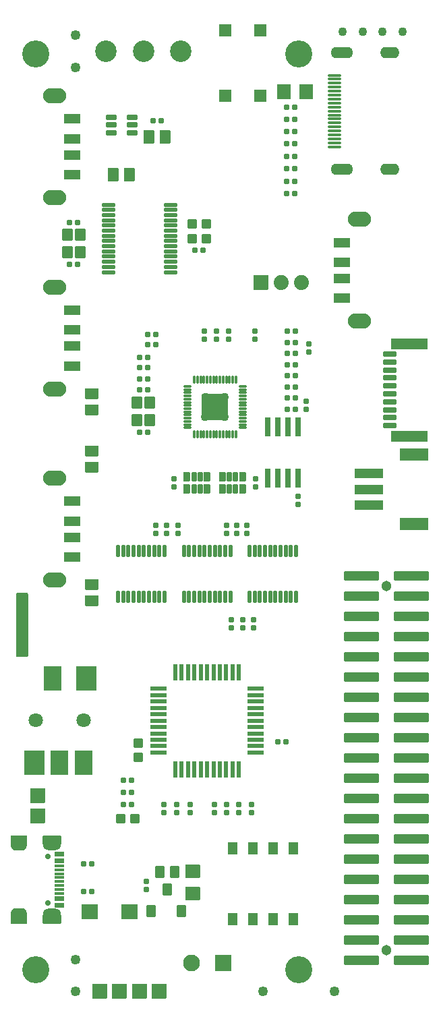
<source format=gbr>
%TF.GenerationSoftware,KiCad,Pcbnew,7.0.11-7.0.11~ubuntu22.04.1*%
%TF.CreationDate,2024-05-21T14:55:32+03:00*%
%TF.ProjectId,Neo6502PC-CPU_Rev_B,4e656f36-3530-4325-9043-2d4350555f52,B*%
%TF.SameCoordinates,PX365c040PY8f0d180*%
%TF.FileFunction,Soldermask,Bot*%
%TF.FilePolarity,Negative*%
%FSLAX46Y46*%
G04 Gerber Fmt 4.6, Leading zero omitted, Abs format (unit mm)*
G04 Created by KiCad (PCBNEW 7.0.11-7.0.11~ubuntu22.04.1) date 2024-05-21 14:55:32*
%MOMM*%
%LPD*%
G01*
G04 APERTURE LIST*
G04 Aperture macros list*
%AMRoundRect*
0 Rectangle with rounded corners*
0 $1 Rounding radius*
0 $2 $3 $4 $5 $6 $7 $8 $9 X,Y pos of 4 corners*
0 Add a 4 corners polygon primitive as box body*
4,1,4,$2,$3,$4,$5,$6,$7,$8,$9,$2,$3,0*
0 Add four circle primitives for the rounded corners*
1,1,$1+$1,$2,$3*
1,1,$1+$1,$4,$5*
1,1,$1+$1,$6,$7*
1,1,$1+$1,$8,$9*
0 Add four rect primitives between the rounded corners*
20,1,$1+$1,$2,$3,$4,$5,0*
20,1,$1+$1,$4,$5,$6,$7,0*
20,1,$1+$1,$6,$7,$8,$9,0*
20,1,$1+$1,$8,$9,$2,$3,0*%
G04 Aperture macros list end*
%ADD10C,3.401601*%
%ADD11RoundRect,0.050800X-0.250000X-0.275000X0.250000X-0.275000X0.250000X0.275000X-0.250000X0.275000X0*%
%ADD12RoundRect,0.050800X0.250000X0.275000X-0.250000X0.275000X-0.250000X-0.275000X0.250000X-0.275000X0*%
%ADD13RoundRect,0.050800X-0.275000X0.250000X-0.275000X-0.250000X0.275000X-0.250000X0.275000X0.250000X0*%
%ADD14RoundRect,0.050800X0.275000X-0.250000X0.275000X0.250000X-0.275000X0.250000X-0.275000X-0.250000X0*%
%ADD15C,1.254000*%
%ADD16RoundRect,0.050800X0.508000X0.508000X-0.508000X0.508000X-0.508000X-0.508000X0.508000X-0.508000X0*%
%ADD17C,1.801600*%
%ADD18RoundRect,0.050800X-1.250000X-1.500000X1.250000X-1.500000X1.250000X1.500000X-1.250000X1.500000X0*%
%ADD19RoundRect,0.050800X-1.050000X-1.500000X1.050000X-1.500000X1.050000X1.500000X-1.050000X1.500000X0*%
%ADD20RoundRect,0.050800X0.500000X-0.700000X0.500000X0.700000X-0.500000X0.700000X-0.500000X-0.700000X0*%
%ADD21RoundRect,0.050800X0.600000X-0.700000X0.600000X0.700000X-0.600000X0.700000X-0.600000X-0.700000X0*%
%ADD22RoundRect,0.050800X-0.381000X-0.508000X0.381000X-0.508000X0.381000X0.508000X-0.381000X0.508000X0*%
%ADD23RoundRect,0.050800X-0.254000X-0.508000X0.254000X-0.508000X0.254000X0.508000X-0.254000X0.508000X0*%
%ADD24RoundRect,0.050800X0.300000X1.100000X-0.300000X1.100000X-0.300000X-1.100000X0.300000X-1.100000X0*%
%ADD25RoundRect,0.050800X0.100000X-0.437500X0.100000X0.437500X-0.100000X0.437500X-0.100000X-0.437500X0*%
%ADD26RoundRect,0.050800X0.437500X-0.100000X0.437500X0.100000X-0.437500X0.100000X-0.437500X-0.100000X0*%
%ADD27C,1.101600*%
%ADD28C,1.901600*%
%ADD29RoundRect,0.050800X1.600000X-1.600000X1.600000X1.600000X-1.600000X1.600000X-1.600000X-1.600000X0*%
%ADD30RoundRect,0.050800X0.175000X0.700000X-0.175000X0.700000X-0.175000X-0.700000X0.175000X-0.700000X0*%
%ADD31RoundRect,0.050800X-0.175000X-0.700000X0.175000X-0.700000X0.175000X0.700000X-0.175000X0.700000X0*%
%ADD32RoundRect,0.050800X-0.800000X-0.900000X0.800000X-0.900000X0.800000X0.900000X-0.800000X0.900000X0*%
%ADD33RoundRect,0.050800X0.700000X-0.750000X0.700000X0.750000X-0.700000X0.750000X-0.700000X-0.750000X0*%
%ADD34RoundRect,0.050800X-0.889000X-0.889000X0.889000X-0.889000X0.889000X0.889000X-0.889000X0.889000X0*%
%ADD35C,1.879600*%
%ADD36RoundRect,0.050800X0.889000X-0.762000X0.889000X0.762000X-0.889000X0.762000X-0.889000X-0.762000X0*%
%ADD37O,2.801600X1.401600*%
%ADD38O,2.401600X1.401600*%
%ADD39RoundRect,0.050800X-0.800000X-0.125000X0.800000X-0.125000X0.800000X0.125000X-0.800000X0.125000X0*%
%ADD40RoundRect,0.050800X1.000000X1.000000X-1.000000X1.000000X-1.000000X-1.000000X1.000000X-1.000000X0*%
%ADD41C,2.101600*%
%ADD42RoundRect,0.050800X1.000000X-0.200000X1.000000X0.200000X-1.000000X0.200000X-1.000000X-0.200000X0*%
%ADD43RoundRect,0.050800X-0.200000X-1.000000X0.200000X-1.000000X0.200000X1.000000X-0.200000X1.000000X0*%
%ADD44RoundRect,0.050800X0.500000X0.700000X-0.500000X0.700000X-0.500000X-0.700000X0.500000X-0.700000X0*%
%ADD45RoundRect,0.050800X-0.508000X0.508000X-0.508000X-0.508000X0.508000X-0.508000X0.508000X0.508000X0*%
%ADD46RoundRect,0.050800X-0.550000X-0.750000X0.550000X-0.750000X0.550000X0.750000X-0.550000X0.750000X0*%
%ADD47RoundRect,0.050800X-1.750000X0.750000X-1.750000X-0.750000X1.750000X-0.750000X1.750000X0.750000X0*%
%ADD48RoundRect,0.050800X-1.750000X0.500000X-1.750000X-0.500000X1.750000X-0.500000X1.750000X0.500000X0*%
%ADD49RoundRect,0.050800X1.000000X-0.500000X1.000000X0.500000X-1.000000X0.500000X-1.000000X-0.500000X0*%
%ADD50O,2.901600X1.901600*%
%ADD51RoundRect,0.050800X-0.762000X-0.635000X0.762000X-0.635000X0.762000X0.635000X-0.762000X0.635000X0*%
%ADD52RoundRect,0.050800X-0.635000X0.762000X-0.635000X-0.762000X0.635000X-0.762000X0.635000X0.762000X0*%
%ADD53RoundRect,0.050800X0.635000X-0.762000X0.635000X0.762000X-0.635000X0.762000X-0.635000X-0.762000X0*%
%ADD54RoundRect,0.050800X-1.000000X0.500000X-1.000000X-0.500000X1.000000X-0.500000X1.000000X0.500000X0*%
%ADD55RoundRect,0.050800X-0.508000X-0.508000X0.508000X-0.508000X0.508000X0.508000X-0.508000X0.508000X0*%
%ADD56RoundRect,0.050800X0.889000X0.889000X-0.889000X0.889000X-0.889000X-0.889000X0.889000X-0.889000X0*%
%ADD57RoundRect,0.050800X-2.250000X0.600000X-2.250000X-0.600000X2.250000X-0.600000X2.250000X0.600000X0*%
%ADD58RoundRect,0.050800X-0.775000X0.250000X-0.775000X-0.250000X0.775000X-0.250000X0.775000X0.250000X0*%
%ADD59RoundRect,0.050800X0.600000X-0.275000X0.600000X0.275000X-0.600000X0.275000X-0.600000X-0.275000X0*%
%ADD60C,0.701600*%
%ADD61RoundRect,0.050800X1.100000X-0.550000X1.100000X0.550000X-1.100000X0.550000X-1.100000X-0.550000X0*%
%ADD62O,2.301600X1.301600*%
%ADD63RoundRect,0.050800X1.000000X-0.550000X1.000000X0.550000X-1.000000X0.550000X-1.000000X-0.550000X0*%
%ADD64O,2.101600X1.401600*%
%ADD65RoundRect,0.050800X0.575000X-0.150000X0.575000X0.150000X-0.575000X0.150000X-0.575000X-0.150000X0*%
%ADD66RoundRect,0.050800X0.575000X-0.125000X0.575000X0.125000X-0.575000X0.125000X-0.575000X-0.125000X0*%
%ADD67C,1.301600*%
%ADD68RoundRect,0.050800X2.125000X0.500000X-2.125000X0.500000X-2.125000X-0.500000X2.125000X-0.500000X0*%
%ADD69RoundRect,0.050800X-2.125000X-0.500000X2.125000X-0.500000X2.125000X0.500000X-2.125000X0.500000X0*%
%ADD70RoundRect,0.050800X-0.800000X-0.162500X0.800000X-0.162500X0.800000X0.162500X-0.800000X0.162500X0*%
%ADD71RoundRect,0.050800X1.000000X0.850000X-1.000000X0.850000X-1.000000X-0.850000X1.000000X-0.850000X0*%
%ADD72C,2.701600*%
G04 APERTURE END LIST*
D10*
X4000000Y4650000D03*
X37000000Y4650000D03*
X37000000Y119650000D03*
X4000000Y119650000D03*
D11*
X35390000Y33296260D03*
D12*
X34374000Y33296260D03*
D13*
X28151000Y83842260D03*
D14*
X28151000Y84858260D03*
D13*
X26627000Y83842260D03*
D14*
X26627000Y84858260D03*
D11*
X16008000Y26968000D03*
D12*
X14992000Y26968000D03*
D11*
X16008000Y28492000D03*
D12*
X14992000Y28492000D03*
D15*
X9000000Y122000000D03*
X9000000Y118000000D03*
D16*
X16389000Y23666000D03*
X14611000Y23666000D03*
D11*
X16008000Y25444001D03*
D12*
X14992000Y25444001D03*
D17*
X4000000Y36000000D03*
X10000000Y36000000D03*
D18*
X10300000Y41300000D03*
X3800000Y30700000D03*
D19*
X10000000Y30700000D03*
X6900000Y30700000D03*
X6100000Y41300000D03*
D14*
X17833001Y15743001D03*
D13*
X17833001Y14727001D03*
D20*
X19550040Y16977441D03*
X21452500Y16977441D03*
X20497460Y14767641D03*
D14*
X37930000Y76095260D03*
D13*
X37930000Y75079260D03*
D11*
X19007000Y83207260D03*
D12*
X17991000Y83207260D03*
D14*
X31580000Y66316260D03*
D13*
X31580000Y65300260D03*
D14*
X21292999Y66316260D03*
D13*
X21292999Y65300260D03*
D11*
X17991001Y80286260D03*
D12*
X16975001Y80286260D03*
D13*
X25103000Y83842260D03*
D14*
X25103000Y84858260D03*
D13*
X31453000Y83842260D03*
D14*
X31453000Y84858260D03*
D12*
X35517000Y76476260D03*
D11*
X36533000Y76476260D03*
D12*
X35517000Y77873260D03*
D11*
X36533000Y77873260D03*
D12*
X35517000Y84858260D03*
D11*
X36533000Y84858260D03*
D12*
X35517000Y83461261D03*
D11*
X36533000Y83461261D03*
D12*
X35517000Y82064259D03*
D11*
X36533000Y82064259D03*
D12*
X35517000Y75079261D03*
D11*
X36533000Y75079261D03*
D12*
X16975000Y72158261D03*
D11*
X17991000Y72158261D03*
X17991000Y77492260D03*
D12*
X16975000Y77492260D03*
D14*
X26373001Y25422260D03*
D13*
X26373001Y24406260D03*
X28531999Y47647260D03*
D14*
X28531999Y48663260D03*
D13*
X29929001Y47647260D03*
D14*
X29929001Y48663260D03*
X20404000Y60474260D03*
D13*
X20404000Y59458260D03*
D14*
X21801000Y60474260D03*
D13*
X21801000Y59458260D03*
D14*
X29167000Y60474260D03*
D13*
X29167000Y59458260D03*
D14*
X30437000Y60474260D03*
D13*
X30437000Y59458260D03*
D21*
X16683000Y73725259D03*
X18283000Y75925259D03*
X18283000Y73725259D03*
X16683000Y75925259D03*
D13*
X36914000Y63141260D03*
D14*
X36914000Y64157260D03*
D11*
X19007001Y84477260D03*
D12*
X17991001Y84477260D03*
X16975000Y78889259D03*
D11*
X17991000Y78889259D03*
X36533000Y80667260D03*
D12*
X35517000Y80667260D03*
D11*
X36533000Y79270260D03*
D12*
X35517000Y79270260D03*
D13*
X38250000Y82242000D03*
D14*
X38250000Y83258000D03*
X21674000Y25422260D03*
D13*
X21674000Y24406260D03*
D14*
X20023000Y25422260D03*
D13*
X20023000Y24406260D03*
D14*
X31072000Y25422260D03*
D13*
X31072000Y24406260D03*
D14*
X29421000Y25422260D03*
D13*
X29421000Y24406260D03*
X27897000Y59458260D03*
D14*
X27897000Y60474260D03*
X31326000Y48663260D03*
D13*
X31326000Y47647260D03*
D22*
X27389000Y66570260D03*
X27389000Y65046260D03*
D23*
X28278000Y66570260D03*
X28278000Y65046260D03*
X29040000Y66570260D03*
X29040000Y65046260D03*
D22*
X29929000Y66570260D03*
X29929000Y65046260D03*
X22944000Y66570260D03*
X22944000Y65046260D03*
D23*
X23833000Y66570260D03*
X23833000Y65046260D03*
X24595000Y66570260D03*
X24595000Y65046260D03*
D22*
X25484000Y66570260D03*
X25484000Y65046260D03*
D24*
X36914000Y66383260D03*
X35644000Y66383260D03*
X34374000Y66383260D03*
X33104000Y66383260D03*
X33104000Y72853260D03*
X34374000Y72853260D03*
X35644000Y72853260D03*
X36914000Y72853260D03*
D25*
X29095000Y71895760D03*
X28695000Y71895760D03*
X28295000Y71895760D03*
X27895000Y71895760D03*
X27495000Y71895760D03*
X27095000Y71895760D03*
X26695000Y71895760D03*
X26295000Y71895760D03*
X25895000Y71895760D03*
X25495000Y71895760D03*
X25095000Y71895760D03*
X24695000Y71895760D03*
X24295000Y71895760D03*
X23895000Y71895760D03*
D26*
X23057500Y72733260D03*
X23057500Y73133260D03*
X23057500Y73533260D03*
X23057500Y73933260D03*
X23057500Y74333260D03*
X23057500Y74733260D03*
X23057500Y75133260D03*
X23057500Y75533260D03*
X23057500Y75933260D03*
X23057500Y76333260D03*
X23057500Y76733260D03*
X23057500Y77133260D03*
X23057500Y77533260D03*
X23057500Y77933260D03*
D25*
X23895000Y78770760D03*
X24295000Y78770760D03*
X24695000Y78770760D03*
X25095000Y78770760D03*
X25495000Y78770760D03*
X25895000Y78770760D03*
X26295000Y78770760D03*
X26695000Y78770760D03*
X27095000Y78770760D03*
X27495000Y78770760D03*
X27895000Y78770760D03*
X28295000Y78770760D03*
X28695000Y78770760D03*
X29095000Y78770760D03*
D26*
X29932500Y77933260D03*
X29932500Y77533260D03*
X29932500Y77133260D03*
X29932500Y76733260D03*
X29932500Y76333260D03*
X29932500Y75933260D03*
X29932500Y75533260D03*
X29932500Y75133260D03*
X29932500Y74733260D03*
X29932500Y74333260D03*
X29932500Y73933260D03*
X29932500Y73533260D03*
X29932500Y73133260D03*
X29932500Y72733260D03*
D27*
X27695000Y74133260D03*
X27695000Y76533260D03*
D28*
X26495000Y75333260D03*
D29*
X26495000Y75333260D03*
D27*
X25295000Y76533260D03*
X25225000Y74133260D03*
D30*
X28408999Y51478260D03*
X27758999Y51478260D03*
X27108999Y51478260D03*
X26458999Y51478260D03*
X25808999Y51478260D03*
X25158999Y51478260D03*
X24508999Y51478260D03*
X23858999Y51478260D03*
X23208999Y51478260D03*
X22558999Y51478260D03*
X22558999Y57278260D03*
X23208999Y57278260D03*
X23858999Y57278260D03*
X24508999Y57278260D03*
X25158999Y57278260D03*
X25808999Y57278260D03*
X26458999Y57278260D03*
X27108999Y57278260D03*
X27758999Y57278260D03*
X28408999Y57278260D03*
D31*
X30814000Y57278260D03*
X31464000Y57278260D03*
X32114000Y57278260D03*
X32764000Y57278260D03*
X33414000Y57278260D03*
X34064000Y57278260D03*
X34714000Y57278260D03*
X35364000Y57278260D03*
X36014000Y57278260D03*
X36664000Y57278260D03*
X36664000Y51478260D03*
X36014000Y51478260D03*
X35364000Y51478260D03*
X34714000Y51478260D03*
X34064000Y51478260D03*
X33414000Y51478260D03*
X32764000Y51478260D03*
X32114000Y51478260D03*
X31464000Y51478260D03*
X30814000Y51478260D03*
D12*
X35484000Y113000000D03*
D11*
X36500000Y113000000D03*
D12*
X35484000Y108428000D03*
D11*
X36500000Y108428000D03*
D12*
X35484000Y106820000D03*
D11*
X36500000Y106820000D03*
D12*
X35484000Y105296000D03*
D11*
X36500000Y105296000D03*
D15*
X32500000Y2000000D03*
X41500000Y2000000D03*
D13*
X19007000Y59458260D03*
D14*
X19007000Y60474260D03*
D32*
X35100000Y114905000D03*
X37900000Y114905000D03*
D33*
X32200000Y114400000D03*
X32200000Y122600000D03*
X27800000Y114400000D03*
X27800000Y122600000D03*
D34*
X32210000Y91000000D03*
D35*
X34750000Y91000000D03*
X37290000Y91000000D03*
D36*
X23675000Y14219001D03*
X23675000Y17013001D03*
D37*
X42400000Y105200000D03*
D38*
X48450000Y105200000D03*
D37*
X42400000Y119800000D03*
D38*
X48450000Y119800000D03*
D39*
X41450000Y108000000D03*
X41450000Y108500000D03*
X41450000Y109000000D03*
X41450000Y109500000D03*
X41450000Y110000000D03*
X41450000Y110500000D03*
X41450000Y111000000D03*
X41450000Y111500000D03*
X41450000Y112000000D03*
X41450000Y112500000D03*
X41450000Y113000000D03*
X41450000Y113500000D03*
X41450000Y114000000D03*
X41450000Y114500000D03*
X41450000Y115000000D03*
X41450000Y115500000D03*
X41450000Y116000000D03*
X41450000Y116500000D03*
X41450000Y117000000D03*
D27*
X50000000Y122500000D03*
X45000000Y122500000D03*
X47500000Y122500000D03*
X42500000Y122500000D03*
D12*
X35484000Y103688000D03*
D11*
X36500000Y103688000D03*
D12*
X35484001Y102164000D03*
D11*
X36500001Y102164000D03*
D12*
X35484000Y109952000D03*
D11*
X36500000Y109952000D03*
D12*
X35484000Y111475999D03*
D11*
X36500000Y111475999D03*
X17991000Y81556260D03*
D12*
X16975000Y81556260D03*
D40*
X27500000Y5500000D03*
D41*
X23500000Y5500000D03*
D30*
X20154000Y51478260D03*
X19504000Y51478260D03*
X18854000Y51478260D03*
X18204000Y51478260D03*
X17554000Y51478260D03*
X16904000Y51478260D03*
X16254000Y51478260D03*
X15604000Y51478260D03*
X14954000Y51478260D03*
X14304000Y51478260D03*
X14304000Y57278260D03*
X14954000Y57278260D03*
X15604000Y57278260D03*
X16254000Y57278260D03*
X16904000Y57278260D03*
X17554000Y57278260D03*
X18204000Y57278260D03*
X18854000Y57278260D03*
X19504000Y57278260D03*
X20154000Y57278260D03*
D15*
X9000000Y6000000D03*
D42*
X19384000Y31963260D03*
X19384000Y32763260D03*
X19384000Y33563260D03*
X19384000Y34363260D03*
X19384000Y35163260D03*
X19384000Y35963260D03*
X19384000Y36763260D03*
X19384000Y37563260D03*
X19384000Y38363260D03*
X19384000Y39163260D03*
X19384000Y39963260D03*
D43*
X21484000Y42063260D03*
X22284000Y42063260D03*
X23084000Y42063260D03*
X23884000Y42063260D03*
X24684000Y42063260D03*
X25484000Y42063260D03*
X26284000Y42063260D03*
X27084000Y42063260D03*
X27884000Y42063260D03*
X28684000Y42063260D03*
X29484000Y42063260D03*
D42*
X31584000Y39963260D03*
X31584000Y39163260D03*
X31584000Y38363260D03*
X31584000Y37563260D03*
X31584000Y36763260D03*
X31584000Y35963260D03*
X31584000Y35163260D03*
X31584000Y34363260D03*
X31584000Y33563260D03*
X31584000Y32763260D03*
X31584000Y31963260D03*
D43*
X29484000Y29863260D03*
X28684000Y29863260D03*
X27884000Y29863260D03*
X27084000Y29863260D03*
X26284000Y29863260D03*
X25484000Y29863260D03*
X24684000Y29863260D03*
X23884000Y29863260D03*
X23084000Y29863260D03*
X22284000Y29863260D03*
X21484000Y29863260D03*
D44*
X22273002Y12060000D03*
X18473002Y12060000D03*
D15*
X9000000Y2000000D03*
D45*
X16848000Y33169260D03*
X16848000Y31391260D03*
D13*
X27897000Y24406260D03*
D14*
X27897000Y25422260D03*
D46*
X28690000Y19950000D03*
X31230000Y19950000D03*
X33770000Y19950000D03*
X36310000Y19950000D03*
X36310000Y11050000D03*
X33770000Y11050000D03*
X31230000Y11050000D03*
X28690000Y11050000D03*
D14*
X23325000Y25422260D03*
D13*
X23325000Y24406260D03*
D47*
X51500000Y69350000D03*
X51500000Y60650000D03*
D48*
X45800000Y67000000D03*
X45800000Y65000000D03*
X45800000Y63000000D03*
D49*
X8550000Y104500000D03*
X8550000Y107000000D03*
X8550000Y109000000D03*
X8550000Y111500000D03*
D50*
X6350000Y101600000D03*
X6350000Y114400000D03*
D51*
X11000000Y67734000D03*
X11000000Y69766000D03*
X11000000Y74984000D03*
X11000000Y77016000D03*
D52*
X18234000Y109250000D03*
X20266000Y109250000D03*
D12*
X23992000Y95000000D03*
D11*
X25008000Y95000000D03*
D53*
X15766000Y104500000D03*
X13734000Y104500000D03*
D54*
X42450000Y96000000D03*
X42450000Y93500000D03*
X42450000Y91500000D03*
X42450000Y89000000D03*
D50*
X44650000Y98900000D03*
X44650000Y86100000D03*
D55*
X23611000Y98350000D03*
X25389000Y98350000D03*
D34*
X4250000Y26500000D03*
D56*
X12000000Y2000000D03*
D11*
X11008000Y14500000D03*
D12*
X9992000Y14500000D03*
D49*
X8550000Y56500000D03*
X8550000Y59000000D03*
X8550000Y61000000D03*
X8550000Y63500000D03*
D50*
X6350000Y53600000D03*
X6350000Y66400000D03*
D11*
X9258000Y98500000D03*
D12*
X8242000Y98500000D03*
D34*
X4250000Y24000000D03*
D57*
X50875000Y83300000D03*
X50875000Y71700000D03*
D58*
X48400000Y82000000D03*
X48400000Y81000000D03*
X48400000Y80000000D03*
X48400000Y79000000D03*
X48400000Y78000000D03*
X48400000Y77000000D03*
X48400000Y76000000D03*
X48400000Y75000000D03*
X48400000Y74000000D03*
X48400000Y73000000D03*
D49*
X8550000Y80500000D03*
X8550000Y83000000D03*
X8550000Y85000000D03*
X8550000Y87500000D03*
D50*
X6350000Y77600000D03*
X6350000Y90400000D03*
D59*
X13449900Y109800000D03*
X13449900Y110750000D03*
X13449900Y111700000D03*
X16050100Y111700000D03*
X16050100Y110750000D03*
X16050100Y109800000D03*
D60*
X5530000Y13110000D03*
X5530000Y18890000D03*
D61*
X6030000Y11072400D03*
D62*
X6030000Y11680000D03*
X6030000Y20320000D03*
D61*
X6030000Y20927600D03*
D63*
X1850000Y11072400D03*
D64*
X1850000Y11680000D03*
X1850000Y20320000D03*
D63*
X1850000Y20927600D03*
D65*
X6932000Y12675000D03*
X6932000Y13475000D03*
D66*
X6932000Y14750000D03*
X6932000Y15750000D03*
X6932000Y16250000D03*
X6932000Y17250000D03*
D65*
X6932000Y18525000D03*
X6932000Y19325000D03*
X6932000Y19075000D03*
X6932000Y18275000D03*
D66*
X6932000Y17750000D03*
X6932000Y16750000D03*
X6932000Y15250000D03*
X6932000Y14250000D03*
D65*
X6932000Y13725000D03*
X6932000Y12925000D03*
D67*
X48000000Y52860000D03*
X48000000Y7140000D03*
D68*
X51125000Y54130000D03*
X44875000Y54130000D03*
X51125000Y51590000D03*
X44875000Y51590000D03*
X51125000Y49050000D03*
X44875000Y49050000D03*
X51125000Y46510000D03*
X44875000Y46510000D03*
X51125000Y43970000D03*
X44875000Y43970000D03*
X51125000Y41430000D03*
X44875000Y41430000D03*
X51125000Y38890000D03*
X44875000Y38890000D03*
X51125000Y36350000D03*
X44875000Y36350000D03*
X51125000Y33810000D03*
X44875000Y33810000D03*
X51125000Y31270000D03*
X44875000Y31270000D03*
D69*
X51125000Y28730000D03*
D68*
X44875000Y28730000D03*
D69*
X51125000Y26190000D03*
D68*
X44875000Y26190000D03*
D69*
X51125000Y23650000D03*
D68*
X44875000Y23650000D03*
D69*
X51125000Y21110000D03*
D68*
X44875000Y21110000D03*
D69*
X51125000Y18570000D03*
D68*
X44875000Y18570000D03*
D69*
X51125000Y16030000D03*
D68*
X44875000Y16030000D03*
D69*
X51125000Y13490000D03*
D68*
X44875000Y13490000D03*
D69*
X51125000Y10950000D03*
D68*
X44875000Y10950000D03*
D69*
X51125000Y8410000D03*
D68*
X44875000Y8410000D03*
D69*
X51125000Y5870000D03*
D68*
X44875000Y5870000D03*
D55*
X23611000Y96500000D03*
X25389000Y96500000D03*
D70*
X13100000Y92275000D03*
X13100000Y92925000D03*
X13100000Y93575000D03*
X13100000Y94225000D03*
X13100000Y94875000D03*
X13100000Y95525000D03*
X13100000Y96175000D03*
X13100000Y96825000D03*
X13100000Y97475000D03*
X13100000Y98125000D03*
X13100000Y98775000D03*
X13100000Y99425000D03*
X13100000Y100075000D03*
X13100000Y100725000D03*
X20900000Y100725000D03*
X20900000Y100075000D03*
X20900000Y99425000D03*
X20900000Y98775000D03*
X20900000Y98125000D03*
X20900000Y97475000D03*
X20900000Y96825000D03*
X20900000Y96175000D03*
X20900000Y95525000D03*
X20900000Y94875000D03*
X20900000Y94225000D03*
X20900000Y93575000D03*
X20900000Y92925000D03*
X20900000Y92275000D03*
D21*
X7950000Y94800000D03*
X9550000Y97000000D03*
X9550000Y94800000D03*
X7950000Y97000000D03*
D56*
X14500000Y2000000D03*
D12*
X8242000Y93250000D03*
D11*
X9258000Y93250000D03*
D34*
X17000000Y2000000D03*
X19500000Y2000000D03*
D71*
X15750000Y12000000D03*
X10750000Y12000000D03*
D72*
X22200000Y120000000D03*
X17500000Y120000000D03*
X12800000Y120000000D03*
D51*
X11000000Y50984000D03*
X11000000Y53016000D03*
D11*
X19758000Y111250000D03*
D12*
X18742000Y111250000D03*
D11*
X11008000Y18000000D03*
D12*
X9992000Y18000000D03*
G36*
X2942121Y51979998D02*
G01*
X2988614Y51926342D01*
X3000000Y51874000D01*
X3000000Y44126000D01*
X2979998Y44057879D01*
X2926342Y44011386D01*
X2874000Y44000000D01*
X1626000Y44000000D01*
X1557879Y44020002D01*
X1511386Y44073658D01*
X1500000Y44126000D01*
X1500000Y51874000D01*
X1520002Y51942121D01*
X1573658Y51988614D01*
X1626000Y52000000D01*
X2874000Y52000000D01*
X2942121Y51979998D01*
G37*
M02*

</source>
